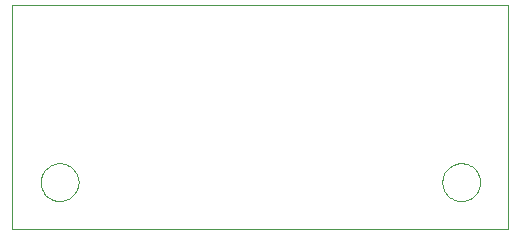
<source format=gbp>
G75*
G70*
%OFA0B0*%
%FSLAX24Y24*%
%IPPOS*%
%LPD*%
%AMOC8*
5,1,8,0,0,1.08239X$1,22.5*
%
%ADD10C,0.0000*%
D10*
X000100Y000264D02*
X000100Y007744D01*
X016635Y007744D01*
X016635Y000264D01*
X000100Y000264D01*
X001045Y001838D02*
X001047Y001888D01*
X001053Y001938D01*
X001063Y001987D01*
X001077Y002035D01*
X001094Y002082D01*
X001115Y002127D01*
X001140Y002171D01*
X001168Y002212D01*
X001200Y002251D01*
X001234Y002288D01*
X001271Y002322D01*
X001311Y002352D01*
X001353Y002379D01*
X001397Y002403D01*
X001443Y002424D01*
X001490Y002440D01*
X001538Y002453D01*
X001588Y002462D01*
X001637Y002467D01*
X001688Y002468D01*
X001738Y002465D01*
X001787Y002458D01*
X001836Y002447D01*
X001884Y002432D01*
X001930Y002414D01*
X001975Y002392D01*
X002018Y002366D01*
X002059Y002337D01*
X002098Y002305D01*
X002134Y002270D01*
X002166Y002232D01*
X002196Y002192D01*
X002223Y002149D01*
X002246Y002105D01*
X002265Y002059D01*
X002281Y002011D01*
X002293Y001962D01*
X002301Y001913D01*
X002305Y001863D01*
X002305Y001813D01*
X002301Y001763D01*
X002293Y001714D01*
X002281Y001665D01*
X002265Y001617D01*
X002246Y001571D01*
X002223Y001527D01*
X002196Y001484D01*
X002166Y001444D01*
X002134Y001406D01*
X002098Y001371D01*
X002059Y001339D01*
X002018Y001310D01*
X001975Y001284D01*
X001930Y001262D01*
X001884Y001244D01*
X001836Y001229D01*
X001787Y001218D01*
X001738Y001211D01*
X001688Y001208D01*
X001637Y001209D01*
X001588Y001214D01*
X001538Y001223D01*
X001490Y001236D01*
X001443Y001252D01*
X001397Y001273D01*
X001353Y001297D01*
X001311Y001324D01*
X001271Y001354D01*
X001234Y001388D01*
X001200Y001425D01*
X001168Y001464D01*
X001140Y001505D01*
X001115Y001549D01*
X001094Y001594D01*
X001077Y001641D01*
X001063Y001689D01*
X001053Y001738D01*
X001047Y001788D01*
X001045Y001838D01*
X014431Y001838D02*
X014433Y001888D01*
X014439Y001938D01*
X014449Y001987D01*
X014463Y002035D01*
X014480Y002082D01*
X014501Y002127D01*
X014526Y002171D01*
X014554Y002212D01*
X014586Y002251D01*
X014620Y002288D01*
X014657Y002322D01*
X014697Y002352D01*
X014739Y002379D01*
X014783Y002403D01*
X014829Y002424D01*
X014876Y002440D01*
X014924Y002453D01*
X014974Y002462D01*
X015023Y002467D01*
X015074Y002468D01*
X015124Y002465D01*
X015173Y002458D01*
X015222Y002447D01*
X015270Y002432D01*
X015316Y002414D01*
X015361Y002392D01*
X015404Y002366D01*
X015445Y002337D01*
X015484Y002305D01*
X015520Y002270D01*
X015552Y002232D01*
X015582Y002192D01*
X015609Y002149D01*
X015632Y002105D01*
X015651Y002059D01*
X015667Y002011D01*
X015679Y001962D01*
X015687Y001913D01*
X015691Y001863D01*
X015691Y001813D01*
X015687Y001763D01*
X015679Y001714D01*
X015667Y001665D01*
X015651Y001617D01*
X015632Y001571D01*
X015609Y001527D01*
X015582Y001484D01*
X015552Y001444D01*
X015520Y001406D01*
X015484Y001371D01*
X015445Y001339D01*
X015404Y001310D01*
X015361Y001284D01*
X015316Y001262D01*
X015270Y001244D01*
X015222Y001229D01*
X015173Y001218D01*
X015124Y001211D01*
X015074Y001208D01*
X015023Y001209D01*
X014974Y001214D01*
X014924Y001223D01*
X014876Y001236D01*
X014829Y001252D01*
X014783Y001273D01*
X014739Y001297D01*
X014697Y001324D01*
X014657Y001354D01*
X014620Y001388D01*
X014586Y001425D01*
X014554Y001464D01*
X014526Y001505D01*
X014501Y001549D01*
X014480Y001594D01*
X014463Y001641D01*
X014449Y001689D01*
X014439Y001738D01*
X014433Y001788D01*
X014431Y001838D01*
M02*

</source>
